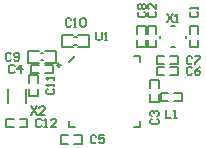
<source format=gto>
G04 Layer_Color=65535*
%FSLAX24Y24*%
%MOIN*%
G70*
G01*
G75*
%ADD21C,0.0060*%
%ADD29C,0.0098*%
%ADD30C,0.0079*%
D21*
X2207Y2156D02*
X2333D01*
X1845Y1786D02*
Y1834D01*
X2207Y1464D02*
X2333D01*
X2695Y1786D02*
Y1834D01*
X2832Y1456D02*
Y1712D01*
Y1908D02*
Y2164D01*
X3108Y1456D02*
Y1712D01*
Y1908D02*
Y2164D01*
X2832D02*
X3108D01*
X2832Y1456D02*
X3108D01*
X1708Y1908D02*
Y2164D01*
Y1456D02*
Y1712D01*
X1432Y1908D02*
Y2164D01*
Y1456D02*
Y1712D01*
Y1456D02*
X1708D01*
X1432Y2164D02*
X1708D01*
X1512Y-354D02*
Y-98D01*
Y98D02*
Y354D01*
X1788Y-354D02*
Y-98D01*
Y98D02*
Y354D01*
X1512D02*
X1788D01*
X1512Y-354D02*
X1788D01*
X-2454Y878D02*
X-2198D01*
X-2002D02*
X-1746D01*
X-2454Y602D02*
X-2198D01*
X-2002D02*
X-1746D01*
Y878D01*
X-2454Y602D02*
Y878D01*
X-1474Y-1472D02*
X-1218D01*
X-1022D02*
X-766D01*
X-1474Y-1748D02*
X-1218D01*
X-1022D02*
X-766D01*
Y-1472D01*
X-1474Y-1748D02*
Y-1472D01*
X1726Y818D02*
X1982D01*
X2178D02*
X2434D01*
X1726Y542D02*
X1982D01*
X2178D02*
X2434D01*
Y818D01*
X1726Y542D02*
Y818D01*
X2178Y892D02*
X2434D01*
X1726D02*
X1982D01*
X2178Y1168D02*
X2434D01*
X1726D02*
X1982D01*
X1726Y892D02*
Y1168D01*
X2434Y892D02*
Y1168D01*
X1358Y1908D02*
Y2164D01*
Y1456D02*
Y1712D01*
X1082Y1908D02*
Y2164D01*
Y1456D02*
Y1712D01*
Y1456D02*
X1358D01*
X1082Y2164D02*
X1358D01*
X2564Y-338D02*
Y-62D01*
X1856Y-338D02*
Y-62D01*
X2112D01*
X2308D02*
X2564D01*
X1856Y-338D02*
X2112D01*
X2308D02*
X2564D01*
X-2563Y1347D02*
X-2198D01*
X-2002D02*
X-1637D01*
X-2563Y953D02*
X-2198D01*
X-2002D02*
X-1637D01*
Y1347D01*
X-2563Y953D02*
Y1347D01*
X-3294Y-922D02*
X-3038D01*
X-2842D02*
X-2586D01*
X-3294Y-1198D02*
X-3038D01*
X-2842D02*
X-2586D01*
Y-922D01*
X-3294Y-1198D02*
Y-922D01*
X-2518Y-174D02*
Y82D01*
Y278D02*
Y534D01*
X-2242Y-174D02*
Y82D01*
Y278D02*
Y534D01*
X-2518D02*
X-2242D01*
X-2518Y-174D02*
X-2242D01*
X-882Y1473D02*
X-517D01*
X-1443D02*
X-1078D01*
X-882Y1867D02*
X-517D01*
X-1443D02*
X-1078D01*
X-1443Y1473D02*
Y1867D01*
X-517Y1473D02*
Y1867D01*
X-1133Y2377D02*
X-1178Y2422D01*
X-1268D01*
X-1313Y2377D01*
Y2197D01*
X-1268Y2152D01*
X-1178D01*
X-1133Y2197D01*
X-1043Y2152D02*
X-953D01*
X-998D01*
Y2422D01*
X-1043Y2377D01*
X-818D02*
X-773Y2422D01*
X-683D01*
X-638Y2377D01*
Y2197D01*
X-683Y2152D01*
X-773D01*
X-818Y2197D01*
Y2377D01*
X-1908Y72D02*
X-1952Y27D01*
Y-63D01*
X-1908Y-108D01*
X-1728D01*
X-1683Y-63D01*
Y27D01*
X-1728Y72D01*
X-1683Y162D02*
Y252D01*
Y207D01*
X-1952D01*
X-1908Y162D01*
X-1683Y387D02*
Y477D01*
Y432D01*
X-1952D01*
X-1908Y387D01*
X-2113Y-973D02*
X-2158Y-928D01*
X-2248D01*
X-2293Y-973D01*
Y-1153D01*
X-2248Y-1198D01*
X-2158D01*
X-2113Y-1153D01*
X-2023Y-1198D02*
X-1933D01*
X-1978D01*
Y-928D01*
X-2023Y-973D01*
X-1618Y-1198D02*
X-1798D01*
X-1618Y-1018D01*
Y-973D01*
X-1663Y-928D01*
X-1753D01*
X-1798Y-973D01*
X-2460Y-510D02*
X-2280Y-780D01*
Y-510D02*
X-2460Y-780D01*
X-2010D02*
X-2190D01*
X-2010Y-600D01*
Y-555D01*
X-2055Y-510D01*
X-2145D01*
X-2190Y-555D01*
X1562Y-918D02*
X1518Y-963D01*
Y-1053D01*
X1562Y-1098D01*
X1742D01*
X1787Y-1053D01*
Y-963D01*
X1742Y-918D01*
X1562Y-828D02*
X1518Y-783D01*
Y-693D01*
X1562Y-648D01*
X1607D01*
X1652Y-693D01*
Y-738D01*
Y-693D01*
X1697Y-648D01*
X1742D01*
X1787Y-693D01*
Y-783D01*
X1742Y-828D01*
X2027Y-628D02*
Y-898D01*
X2207D01*
X2297D02*
X2387D01*
X2342D01*
Y-628D01*
X2297Y-673D01*
X-282Y1965D02*
Y1740D01*
X-238Y1695D01*
X-148D01*
X-103Y1740D01*
Y1965D01*
X-13Y1695D02*
X77D01*
X32D01*
Y1965D01*
X-13Y1920D01*
X1483Y2635D02*
X1438Y2590D01*
Y2500D01*
X1483Y2455D01*
X1663D01*
X1708Y2500D01*
Y2590D01*
X1663Y2635D01*
X1708Y2905D02*
Y2725D01*
X1528Y2905D01*
X1483D01*
X1438Y2860D01*
Y2770D01*
X1483Y2725D01*
X2907Y770D02*
X2862Y815D01*
X2772D01*
X2728Y770D01*
Y590D01*
X2772Y545D01*
X2862D01*
X2907Y590D01*
X3177Y815D02*
X3087Y770D01*
X2997Y680D01*
Y590D01*
X3042Y545D01*
X3132D01*
X3177Y590D01*
Y635D01*
X3132Y680D01*
X2997D01*
X-3123Y1237D02*
X-3168Y1282D01*
X-3258D01*
X-3303Y1237D01*
Y1057D01*
X-3258Y1012D01*
X-3168D01*
X-3123Y1057D01*
X-3033D02*
X-2988Y1012D01*
X-2898D01*
X-2853Y1057D01*
Y1237D01*
X-2898Y1282D01*
X-2988D01*
X-3033Y1237D01*
Y1192D01*
X-2988Y1147D01*
X-2853D01*
X1133Y2635D02*
X1088Y2590D01*
Y2500D01*
X1133Y2455D01*
X1313D01*
X1358Y2500D01*
Y2590D01*
X1313Y2635D01*
X1133Y2725D02*
X1088Y2770D01*
Y2860D01*
X1133Y2905D01*
X1178D01*
X1223Y2860D01*
X1268Y2905D01*
X1313D01*
X1358Y2860D01*
Y2770D01*
X1313Y2725D01*
X1268D01*
X1223Y2770D01*
X1178Y2725D01*
X1133D01*
X1223Y2770D02*
Y2860D01*
X2080Y2560D02*
X2260Y2290D01*
Y2560D02*
X2080Y2290D01*
X2350D02*
X2440D01*
X2395D01*
Y2560D01*
X2350Y2515D01*
X2883Y2635D02*
X2838Y2590D01*
Y2500D01*
X2883Y2455D01*
X3063D01*
X3108Y2500D01*
Y2590D01*
X3063Y2635D01*
X3108Y2725D02*
Y2815D01*
Y2770D01*
X2838D01*
X2883Y2725D01*
X2907Y1120D02*
X2862Y1165D01*
X2772D01*
X2728Y1120D01*
Y940D01*
X2772Y895D01*
X2862D01*
X2907Y940D01*
X2997Y1165D02*
X3177D01*
Y1120D01*
X2997Y940D01*
Y895D01*
X-293Y-1520D02*
X-338Y-1475D01*
X-428D01*
X-472Y-1520D01*
Y-1700D01*
X-428Y-1745D01*
X-338D01*
X-293Y-1700D01*
X-23Y-1475D02*
X-203D01*
Y-1610D01*
X-113Y-1565D01*
X-68D01*
X-23Y-1610D01*
Y-1700D01*
X-68Y-1745D01*
X-158D01*
X-203Y-1700D01*
X-3013Y827D02*
X-3058Y872D01*
X-3148D01*
X-3193Y827D01*
Y647D01*
X-3148Y602D01*
X-3058D01*
X-3013Y647D01*
X-2788Y602D02*
Y872D01*
X-2923Y737D01*
X-2743D01*
D29*
X-1486Y866D02*
G03*
X-1486Y866I-49J0D01*
G01*
D30*
X-1181Y984D02*
X-984Y1181D01*
X984D02*
X1181D01*
Y984D02*
Y1181D01*
Y-1181D02*
Y-984D01*
X984Y-1181D02*
X1181D01*
X-1181D02*
X-984D01*
X-1181D02*
Y-984D01*
X-2139Y1268D02*
X-2061D01*
X-2139Y1032D02*
X-2061D01*
X-2645Y-386D02*
Y86D01*
X-3235Y-386D02*
Y86D01*
X-1019Y1552D02*
X-941D01*
X-1019Y1788D02*
X-941D01*
M02*

</source>
